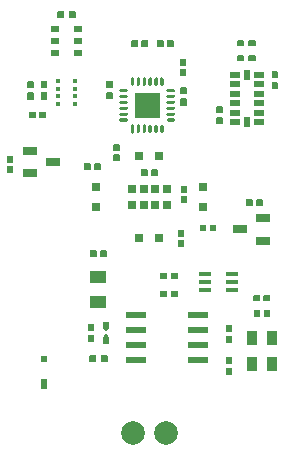
<source format=gtp>
G04 Layer: TopPasteMaskLayer*
G04 EasyEDA Pro v2.1.57.773a98f1.225d47, 2024-05-26 20:13:35*
G04 Gerber Generator version 0.3*
G04 Scale: 100 percent, Rotated: No, Reflected: No*
G04 Dimensions in millimeters*
G04 Leading zeros omitted, absolute positions, 3 integers and 5 decimals*
%FSLAX35Y35*%
%MOMM*%
%ADD10R,0.89916X0.59944*%
%ADD11R,0.59944X0.89916*%
%ADD12R,0.59944X0.89916*%
%ADD13R,0.8X0.5*%
%ADD14R,0.45001X0.45001*%
%ADD15C,2.0*%
%ADD16R,1.4079X1.0*%
%ADD17R,1.39954X1.0*%
%ADD18R,1.0X0.41999*%
%ADD19R,1.0X0.41999*%
%ADD20R,0.49987X0.49987*%
%ADD21R,0.49987X0.89992*%
%ADD22R,0.95001X1.2*%
%ADD23R,1.75029X0.58852*%
%ADD24R,1.25001X0.7*%
%ADD25R,1.25001X0.7*%
%ADD26R,0.71999X0.8*%
%ADD27R,0.8X0.8*%
%ADD28R,0.8X0.8*%
%ADD29R,0.8X0.8*%
%ADD30R,0.8X0.8*%
G75*


G04 PolygonModel Start*
G36*
G01X1405692Y-1361764D02*
G02X1405692Y-1333763I0J14000D01*
G01X1457691D01*
G02Y-1361764I0J-14000D01*
G01X1405692D01*
G37*
G36*
G01X1405692Y-1311777D02*
G02X1405692Y-1283776I0J14000D01*
G01X1457691D01*
G02Y-1311777I0J-14000D01*
G01X1405692D01*
G37*
G36*
G01X1405692Y-1261764D02*
G02X1405692Y-1233763I0J14000D01*
G01X1457691D01*
G02Y-1261764I0J-14000D01*
G01X1405692D01*
G37*
G36*
G01X1405692Y-1211777D02*
G02X1405692Y-1183776I0J14000D01*
G01X1457691D01*
G02Y-1211777I0J-14000D01*
G01X1405692D01*
G37*
G36*
G01X1405692Y-1161764D02*
G02X1405692Y-1133763I0J14000D01*
G01X1457691D01*
G02Y-1161764I0J-14000D01*
G01X1405692D01*
G37*
G36*
G01X1405692Y-1111777D02*
G02X1405692Y-1083776I0J14000D01*
G01X1457691D01*
G02Y-1111777I0J-14000D01*
G01X1405692D01*
G37*
G36*
G01X1493484Y-996771D02*
G02X1521485Y-996771I14000J0D01*
G01Y-1048770D01*
G02X1493484I-14000J0D01*
G01Y-996771D01*
G37*
G36*
G01X1542684Y-996771D02*
G02X1570685Y-996771I14000J0D01*
G01Y-1048770D01*
G02X1542684I-14000J0D01*
G01Y-996771D01*
G37*
G36*
G01X1592697Y-996771D02*
G02X1620698Y-996771I14000J0D01*
G01Y-1048770D01*
G02X1592697I-14000J0D01*
G01Y-996771D01*
G37*
G36*
G01X1642684Y-996771D02*
G02X1670685Y-996771I14000J0D01*
G01Y-1048770D01*
G02X1642684I-14000J0D01*
G01Y-996771D01*
G37*
G36*
G01X1692696Y-996771D02*
G02X1720697Y-996771I14000J0D01*
G01Y-1048770D01*
G02X1692696I-14000J0D01*
G01Y-996771D01*
G37*
G36*
G01X1742684Y-996771D02*
G02X1770685Y-996771I14000J0D01*
G01Y-1048770D01*
G02X1742684I-14000J0D01*
G01Y-996771D01*
G37*
G36*
G01X1805691Y-1111777D02*
G02X1805691Y-1083776I0J14000D01*
G01X1857690D01*
G02Y-1111777I0J-14000D01*
G01X1805691D01*
G37*
G36*
G01X1805691Y-1161764D02*
G02X1805691Y-1133763I0J14000D01*
G01X1857690D01*
G02Y-1161764I0J-14000D01*
G01X1805691D01*
G37*
G36*
G01X1805691Y-1211777D02*
G02X1805691Y-1183776I0J14000D01*
G01X1857690D01*
G02Y-1211777I0J-14000D01*
G01X1805691D01*
G37*
G36*
G01X1805691Y-1261764D02*
G02X1805691Y-1233763I0J14000D01*
G01X1857690D01*
G02Y-1261764I0J-14000D01*
G01X1805691D01*
G37*
G36*
G01X1805691Y-1311777D02*
G02X1805691Y-1283776I0J14000D01*
G01X1857690D01*
G02Y-1311777I0J-14000D01*
G01X1805691D01*
G37*
G36*
G01X1805691Y-1361764D02*
G02X1805691Y-1333763I0J14000D01*
G01X1857690D01*
G02Y-1361764I0J-14000D01*
G01X1805691D01*
G37*
G36*
G01X1742684Y-1396770D02*
G02X1770685Y-1396770I14000J0D01*
G01Y-1448769D01*
G02X1742684I-14000J0D01*
G01Y-1396770D01*
G37*
G36*
G01X1692696Y-1396770D02*
G02X1720697Y-1396770I14000J0D01*
G01Y-1448769D01*
G02X1692696I-14000J0D01*
G01Y-1396770D01*
G37*
G36*
G01X1642684Y-1396770D02*
G02X1670685Y-1396770I14000J0D01*
G01Y-1448769D01*
G02X1642684I-14000J0D01*
G01Y-1396770D01*
G37*
G36*
G01X1592697Y-1396770D02*
G02X1620698Y-1396770I14000J0D01*
G01Y-1448769D01*
G02X1592697I-14000J0D01*
G01Y-1396770D01*
G37*
G36*
G01X1542684Y-1396770D02*
G02X1570685Y-1396770I14000J0D01*
G01Y-1448769D01*
G02X1542684I-14000J0D01*
G01Y-1396770D01*
G37*
G36*
G01X1492697Y-1396770D02*
G02X1520698Y-1396770I14000J0D01*
G01Y-1448769D01*
G02X1492697I-14000J0D01*
G01Y-1396770D01*
G37*
G36*
G01X1524934Y-1114769D02*
G01X1740936Y-1114769D01*
G01Y-1330771D01*
G01X1524934D01*
G01Y-1114769D01*
G37*
G36*
G01X1205700Y-2453500D02*
G01X1205700Y-2499500D01*
G01X1201699Y-2503500D01*
G01X1151636D01*
G01X1147636Y-2499500D01*
G01Y-2453500D01*
G01X1151636Y-2449500D01*
G01X1201699D01*
G01X1205700Y-2453500D01*
G37*
G36*
G01X1232700Y-2453500D02*
G01X1232700Y-2499500D01*
G01X1236701Y-2503500D01*
G01X1286764D01*
G01X1290765Y-2499500D01*
G01Y-2453500D01*
G01X1286764Y-2449500D01*
G01X1236701D01*
G01X1232700Y-2453500D01*
G37*
G36*
G01X1133198Y-3167604D02*
G01X1178199Y-3167604D01*
G01X1183198Y-3174601D01*
G01Y-3222602D01*
G01X1178199Y-3227603D01*
G01X1133198D01*
G01X1128199Y-3222602D01*
G01Y-3174601D01*
G01X1133198Y-3167604D01*
G37*
G36*
G01X1133198Y-3071602D02*
G01X1178199Y-3071602D01*
G01X1183198Y-3076603D01*
G01Y-3124601D01*
G01X1178199Y-3131602D01*
G01X1133198D01*
G01X1128199Y-3124601D01*
G01Y-3076603D01*
G01X1133198Y-3071602D01*
G37*
G36*
G01X2346602Y-3410996D02*
G01X2301601Y-3410996D01*
G01X2296602Y-3403999D01*
G01Y-3355998D01*
G01X2301601Y-3350997D01*
G01X2346602D01*
G01X2351601Y-3355998D01*
G01Y-3403999D01*
G01X2346602Y-3410996D01*
G37*
G36*
G01X2346602Y-3506998D02*
G01X2301601Y-3506998D01*
G01X2296602Y-3501997D01*
G01Y-3453999D01*
G01X2301601Y-3446998D01*
G01X2346602D01*
G01X2351601Y-3453999D01*
G01Y-3501997D01*
G01X2346602Y-3506998D01*
G37*
G36*
G01X2300946Y-3178810D02*
G01X2345947Y-3178810D01*
G01X2350946Y-3185808D01*
G01Y-3233809D01*
G01X2345947Y-3238810D01*
G01X2300946D01*
G01X2295947Y-3233809D01*
G01Y-3185808D01*
G01X2300946Y-3178810D01*
G37*
G36*
G01X2300946Y-3082808D02*
G01X2345947Y-3082808D01*
G01X2350946Y-3087809D01*
G01Y-3135808D01*
G01X2345947Y-3142808D01*
G01X2300946D01*
G01X2295947Y-3135808D01*
G01Y-3087809D01*
G01X2300946Y-3082808D01*
G37*
G36*
G01X2614321Y-2879153D02*
G01X2614321Y-2833154D01*
G01X2618321Y-2829154D01*
G01X2668385D01*
G01X2672385Y-2833154D01*
G01Y-2879153D01*
G01X2668385Y-2883154D01*
G01X2618321D01*
G01X2614321Y-2879153D01*
G37*
G36*
G01X2587321Y-2879153D02*
G01X2587321Y-2833154D01*
G01X2583320Y-2829154D01*
G01X2533257D01*
G01X2529256Y-2833154D01*
G01Y-2879153D01*
G01X2533257Y-2883154D01*
G01X2583320D01*
G01X2587321Y-2879153D01*
G37*
G36*
G01X2617000Y-3007500D02*
G01X2617000Y-2961500D01*
G01X2621001Y-2957500D01*
G01X2671064D01*
G01X2675065Y-2961500D01*
G01Y-3007500D01*
G01X2671064Y-3011500D01*
G01X2621001D01*
G01X2617000Y-3007500D01*
G37*
G36*
G01X2590000Y-3007500D02*
G01X2590000Y-2961500D01*
G01X2585999Y-2957500D01*
G01X2535936D01*
G01X2531936Y-2961500D01*
G01Y-3007500D01*
G01X2535936Y-3011500D01*
G01X2585999D01*
G01X2590000Y-3007500D01*
G37*
G36*
G01X1554100Y-675500D02*
G01X1554100Y-721500D01*
G01X1550100Y-725500D01*
G01X1500036D01*
G01X1496036Y-721500D01*
G01Y-675500D01*
G01X1500036Y-671500D01*
G01X1550100D01*
G01X1554100Y-675500D01*
G37*
G36*
G01X1581100Y-675500D02*
G01X1581100Y-721500D01*
G01X1585101Y-725500D01*
G01X1635164D01*
G01X1639165Y-721500D01*
G01Y-675500D01*
G01X1635164Y-671500D01*
G01X1585101D01*
G01X1581100Y-675500D01*
G37*
G36*
G01X1797000Y-721500D02*
G01X1797000Y-675500D01*
G01X1801001Y-671500D01*
G01X1851064D01*
G01X1855065Y-675500D01*
G01Y-721500D01*
G01X1851064Y-725500D01*
G01X1801001D01*
G01X1797000Y-721500D01*
G37*
G36*
G01X1770000Y-721500D02*
G01X1770000Y-675500D01*
G01X1766000Y-671500D01*
G01X1715936D01*
G01X1711936Y-675500D01*
G01Y-721500D01*
G01X1715936Y-725500D01*
G01X1766000D01*
G01X1770000Y-721500D01*
G37*
G36*
G01X1291341Y-3136100D02*
G01X1274059Y-3136100D01*
G01X1255700Y-3109237D01*
G01Y-3059590D01*
G01X1259700Y-3055590D01*
G01X1305700D01*
G01X1309700Y-3059590D01*
G01Y-3109237D01*
G01X1291341Y-3136100D01*
G37*
G36*
G01X1291341Y-3163100D02*
G01X1274059Y-3163100D01*
G01X1255700Y-3189963D01*
G01Y-3239610D01*
G01X1259700Y-3243610D01*
G01X1305700D01*
G01X1309700Y-3239610D01*
G01Y-3189963D01*
G01X1291341Y-3163100D01*
G37*
G36*
G01X1912900Y-915200D02*
G01X1958900Y-915200D01*
G01X1962900Y-919201D01*
G01Y-969264D01*
G01X1958900Y-973264D01*
G01X1912900D01*
G01X1908900Y-969264D01*
G01Y-919201D01*
G01X1912900Y-915200D01*
G37*
G36*
G01X1912900Y-888200D02*
G01X1958900Y-888200D01*
G01X1962900Y-884199D01*
G01Y-834136D01*
G01X1958900Y-830135D01*
G01X1912900D01*
G01X1908900Y-834136D01*
G01Y-884199D01*
G01X1912900Y-888200D01*
G37*
G36*
G01X966397Y-474607D02*
G01X966397Y-429606D01*
G01X973395Y-424607D01*
G01X1021395D01*
G01X1026397Y-429606D01*
G01Y-474607D01*
G01X1021395Y-479606D01*
G01X973395D01*
G01X966397Y-474607D01*
G37*
G36*
G01X870395Y-474607D02*
G01X870395Y-429606D01*
G01X875396Y-424607D01*
G01X923395D01*
G01X930395Y-429606D01*
G01Y-474607D01*
G01X923395Y-479606D01*
G01X875396D01*
G01X870395Y-474607D01*
G37*
G36*
G01X492900Y-1713700D02*
G01X446900Y-1713700D01*
G01X442900Y-1709699D01*
G01Y-1659636D01*
G01X446900Y-1655635D01*
G01X492900D01*
G01X496900Y-1659636D01*
G01Y-1709699D01*
G01X492900Y-1713700D01*
G37*
G36*
G01X492900Y-1740700D02*
G01X446900Y-1740700D01*
G01X442900Y-1744701D01*
G01Y-1794764D01*
G01X446900Y-1798764D01*
G01X492900D01*
G01X496900Y-1794764D01*
G01Y-1744701D01*
G01X492900Y-1740700D01*
G37*
G36*
G01X2553500Y-2067700D02*
G01X2553500Y-2021700D01*
G01X2557501Y-2017700D01*
G01X2607564D01*
G01X2611565Y-2021700D01*
G01Y-2067700D01*
G01X2607564Y-2071700D01*
G01X2557501D01*
G01X2553500Y-2067700D01*
G37*
G36*
G01X2526500Y-2067700D02*
G01X2526500Y-2021700D01*
G01X2522499Y-2017700D01*
G01X2472436D01*
G01X2468436Y-2021700D01*
G01Y-2067700D01*
G01X2472436Y-2071700D01*
G01X2522499D01*
G01X2526500Y-2067700D01*
G37*
G36*
G01X1966100Y-1967700D02*
G01X1920100Y-1967700D01*
G01X1916100Y-1963699D01*
G01Y-1913636D01*
G01X1920100Y-1909635D01*
G01X1966100D01*
G01X1970100Y-1913636D01*
G01Y-1963699D01*
G01X1966100Y-1967700D01*
G37*
G36*
G01X1966100Y-1994700D02*
G01X1920100Y-1994700D01*
G01X1916100Y-1998701D01*
G01Y-2048764D01*
G01X1920100Y-2052764D01*
G01X1966100D01*
G01X1970100Y-2048764D01*
G01Y-1998701D01*
G01X1966100Y-1994700D01*
G37*
G36*
G01X1664500Y-1813700D02*
G01X1664500Y-1767700D01*
G01X1668501Y-1763700D01*
G01X1718564D01*
G01X1722565Y-1767700D01*
G01Y-1813700D01*
G01X1718564Y-1817700D01*
G01X1668501D01*
G01X1664500Y-1813700D01*
G37*
G36*
G01X1637500Y-1813700D02*
G01X1637500Y-1767700D01*
G01X1633499Y-1763700D01*
G01X1583436D01*
G01X1579436Y-1767700D01*
G01Y-1813700D01*
G01X1583436Y-1817700D01*
G01X1633499D01*
G01X1637500Y-1813700D01*
G37*
G36*
G01X1181900Y-1762900D02*
G01X1181900Y-1716900D01*
G01X1185901Y-1712900D01*
G01X1235964D01*
G01X1239965Y-1716900D01*
G01Y-1762900D01*
G01X1235964Y-1766900D01*
G01X1185901D01*
G01X1181900Y-1762900D01*
G37*
G36*
G01X1154900Y-1762900D02*
G01X1154900Y-1716900D01*
G01X1150899Y-1712900D01*
G01X1100836D01*
G01X1096836Y-1716900D01*
G01Y-1762900D01*
G01X1100836Y-1766900D01*
G01X1150899D01*
G01X1154900Y-1762900D01*
G37*
G36*
G01X1348600Y-1639100D02*
G01X1394600Y-1639100D01*
G01X1398600Y-1643101D01*
G01Y-1693164D01*
G01X1394600Y-1697164D01*
G01X1348600D01*
G01X1344600Y-1693164D01*
G01Y-1643101D01*
G01X1348600Y-1639100D01*
G37*
G36*
G01X1348600Y-1612100D02*
G01X1394600Y-1612100D01*
G01X1398600Y-1608099D01*
G01Y-1558036D01*
G01X1394600Y-1554035D01*
G01X1348600D01*
G01X1344600Y-1558036D01*
G01Y-1608099D01*
G01X1348600Y-1612100D01*
G37*
G36*
G01X1894700Y-2363000D02*
G01X1940700Y-2363000D01*
G01X1944700Y-2367001D01*
G01Y-2417064D01*
G01X1940700Y-2421064D01*
G01X1894700D01*
G01X1890700Y-2417064D01*
G01Y-2367001D01*
G01X1894700Y-2363000D01*
G37*
G36*
G01X1894700Y-2336000D02*
G01X1940700Y-2336000D01*
G01X1944700Y-2331999D01*
G01Y-2281936D01*
G01X1940700Y-2277935D01*
G01X1894700D01*
G01X1890700Y-2281936D01*
G01Y-2331999D01*
G01X1894700Y-2336000D01*
G37*
G36*
G01X2132800Y-2237600D02*
G01X2132800Y-2283600D01*
G01X2128799Y-2287600D01*
G01X2078736D01*
G01X2074736Y-2283600D01*
G01Y-2237600D01*
G01X2078736Y-2233600D01*
G01X2128799D01*
G01X2132800Y-2237600D01*
G37*
G36*
G01X2159800Y-2237600D02*
G01X2159800Y-2283600D01*
G01X2163801Y-2287600D01*
G01X2213864D01*
G01X2217865Y-2283600D01*
G01Y-2237600D01*
G01X2213864Y-2233600D01*
G01X2163801D01*
G01X2159800Y-2237600D01*
G37*
G36*
G01X1915233Y-1164573D02*
G01X1960235Y-1164573D01*
G01X1965233Y-1171571D01*
G01Y-1219572D01*
G01X1960235Y-1224573D01*
G01X1915233D01*
G01X1910235Y-1219572D01*
G01Y-1171571D01*
G01X1915233Y-1164573D01*
G37*
G36*
G01X1915233Y-1068572D02*
G01X1960235Y-1068572D01*
G01X1965233Y-1073573D01*
G01Y-1121571D01*
G01X1960235Y-1128572D01*
G01X1915233D01*
G01X1910235Y-1121571D01*
G01Y-1073573D01*
G01X1915233Y-1068572D01*
G37*
G36*
G01X1291098Y-1110204D02*
G01X1336099Y-1110204D01*
G01X1341098Y-1117201D01*
G01Y-1165202D01*
G01X1336099Y-1170203D01*
G01X1291098D01*
G01X1286100Y-1165202D01*
G01Y-1117201D01*
G01X1291098Y-1110204D01*
G37*
G36*
G01X1291098Y-1014202D02*
G01X1336099Y-1014202D01*
G01X1341098Y-1019203D01*
G01Y-1067201D01*
G01X1336099Y-1074202D01*
G01X1291098D01*
G01X1286100Y-1067201D01*
G01Y-1019203D01*
G01X1291098Y-1014202D01*
G37*
G36*
G01X780700Y-1077707D02*
G01X735699Y-1077707D01*
G01X730701Y-1070709D01*
G01Y-1022708D01*
G01X735699Y-1017707D01*
G01X780700D01*
G01X785699Y-1022708D01*
G01Y-1070709D01*
G01X780700Y-1077707D01*
G37*
G36*
G01X780700Y-1173709D02*
G01X735699Y-1173709D01*
G01X730701Y-1168707D01*
G01Y-1120709D01*
G01X735699Y-1113709D01*
G01X780700D01*
G01X785699Y-1120709D01*
G01Y-1168707D01*
G01X780700Y-1173709D01*
G37*
G36*
G01X666400Y-1077707D02*
G01X621399Y-1077707D01*
G01X616401Y-1070709D01*
G01Y-1022708D01*
G01X621399Y-1017707D01*
G01X666400D01*
G01X671399Y-1022708D01*
G01Y-1070709D01*
G01X666400Y-1077707D01*
G37*
G36*
G01X666400Y-1173709D02*
G01X621399Y-1173709D01*
G01X616401Y-1168707D01*
G01Y-1120709D01*
G01X621399Y-1113709D01*
G01X666400D01*
G01X671399Y-1120709D01*
G01Y-1168707D01*
G01X666400Y-1173709D01*
G37*
G36*
G01X689554Y-1282038D02*
G01X689554Y-1328038D01*
G01X685553Y-1332038D01*
G01X635490D01*
G01X631489Y-1328038D01*
G01Y-1282038D01*
G01X635490Y-1278038D01*
G01X685553D01*
G01X689554Y-1282038D01*
G37*
G36*
G01X716554Y-1282038D02*
G01X716554Y-1328038D01*
G01X720555Y-1332038D01*
G01X770618D01*
G01X774618Y-1328038D01*
G01Y-1282038D01*
G01X770618Y-1278038D01*
G01X720555D01*
G01X716554Y-1282038D01*
G37*
G36*
G01X2264957Y-1288341D02*
G01X2219956Y-1288341D01*
G01X2214957Y-1281344D01*
G01Y-1233343D01*
G01X2219956Y-1228341D01*
G01X2264957D01*
G01X2269956Y-1233343D01*
G01Y-1281344D01*
G01X2264957Y-1288341D01*
G37*
G36*
G01X2264957Y-1384343D02*
G01X2219956Y-1384343D01*
G01X2214957Y-1379342D01*
G01Y-1331344D01*
G01X2219956Y-1324343D01*
G01X2264957D01*
G01X2269956Y-1331344D01*
G01Y-1379342D01*
G01X2264957Y-1384343D01*
G37*
G36*
G01X1201196Y-3342998D02*
G01X1201196Y-3387999D01*
G01X1194199Y-3392998D01*
G01X1146198D01*
G01X1141197Y-3387999D01*
G01Y-3342998D01*
G01X1146198Y-3337999D01*
G01X1194199D01*
G01X1201196Y-3342998D01*
G37*
G36*
G01X1297198Y-3342998D02*
G01X1297198Y-3387999D01*
G01X1292197Y-3392998D01*
G01X1244199D01*
G01X1237198Y-3387999D01*
G01Y-3342998D01*
G01X1244199Y-3337999D01*
G01X1292197D01*
G01X1297198Y-3342998D01*
G37*
G36*
G01X1835958Y-2691356D02*
G01X1835958Y-2646355D01*
G01X1842955Y-2641356D01*
G01X1890956D01*
G01X1895958Y-2646355D01*
G01Y-2691356D01*
G01X1890956Y-2696355D01*
G01X1842955D01*
G01X1835958Y-2691356D01*
G37*
G36*
G01X1739956Y-2691356D02*
G01X1739956Y-2646355D01*
G01X1744957Y-2641356D01*
G01X1792956D01*
G01X1799956Y-2646355D01*
G01Y-2691356D01*
G01X1792956Y-2696355D01*
G01X1744957D01*
G01X1739956Y-2691356D01*
G37*
G36*
G01X1832249Y-2843756D02*
G01X1832249Y-2798755D01*
G01X1839247Y-2793756D01*
G01X1887248D01*
G01X1892249Y-2798755D01*
G01Y-2843756D01*
G01X1887248Y-2848755D01*
G01X1839247D01*
G01X1832249Y-2843756D01*
G37*
G36*
G01X1736247Y-2843756D02*
G01X1736247Y-2798755D01*
G01X1741249Y-2793756D01*
G01X1789247D01*
G01X1796247Y-2798755D01*
G01Y-2843756D01*
G01X1789247Y-2848755D01*
G01X1741249D01*
G01X1736247Y-2843756D01*
G37*
G36*
G01X2689853Y-1028540D02*
G01X2734855Y-1028540D01*
G01X2739853Y-1035538D01*
G01Y-1083539D01*
G01X2734855Y-1088540D01*
G01X2689853D01*
G01X2684855Y-1083539D01*
G01Y-1035538D01*
G01X2689853Y-1028540D01*
G37*
G36*
G01X2689853Y-932538D02*
G01X2734855Y-932538D01*
G01X2739853Y-937539D01*
G01Y-985538D01*
G01X2734855Y-992538D01*
G01X2689853D01*
G01X2684855Y-985538D01*
G01Y-937539D01*
G01X2689853Y-932538D01*
G37*
G36*
G01X2489059Y-846247D02*
G01X2489059Y-801246D01*
G01X2496056Y-796247D01*
G01X2544057D01*
G01X2549059Y-801246D01*
G01Y-846247D01*
G01X2544057Y-851245D01*
G01X2496056D01*
G01X2489059Y-846247D01*
G37*
G36*
G01X2393057Y-846247D02*
G01X2393057Y-801246D01*
G01X2398058Y-796247D01*
G01X2446057D01*
G01X2453057Y-801246D01*
G01Y-846247D01*
G01X2446057Y-851245D01*
G01X2398058D01*
G01X2393057Y-846247D01*
G37*
G36*
G01X2489059Y-719247D02*
G01X2489059Y-674246D01*
G01X2496056Y-669247D01*
G01X2544057D01*
G01X2549059Y-674246D01*
G01Y-719247D01*
G01X2544057Y-724245D01*
G01X2496056D01*
G01X2489059Y-719247D01*
G37*
G36*
G01X2393057Y-719247D02*
G01X2393057Y-674246D01*
G01X2398058Y-669247D01*
G01X2446057D01*
G01X2453057Y-674246D01*
G01Y-719247D01*
G01X2446057Y-724245D01*
G01X2398058D01*
G01X2393057Y-719247D01*
G37*
G04 PolygonModel End*

G04 Pad Start*
G54D10*
G01X2377631Y-964250D03*
G01X2377631Y-1045530D03*
G01X2377631Y-1124270D03*
G01X2377631Y-1205550D03*
G01X2377631Y-1284290D03*
G01X2377631Y-1365570D03*
G54D11*
G01X2476691Y-1365570D03*
G54D10*
G01X2575751Y-1365570D03*
G01X2575751Y-1284290D03*
G01X2575751Y-1205550D03*
G01X2575751Y-1124270D03*
G01X2575751Y-1045530D03*
G01X2575751Y-964250D03*
G54D12*
G01X2476691Y-964250D03*
G54D13*
G01X848396Y-580708D03*
G01X848396Y-680708D03*
G01X848396Y-780708D03*
G01X1048395Y-780708D03*
G01X1048395Y-680708D03*
G01X1048395Y-580708D03*
G54D14*
G01X1024364Y-1017027D03*
G01X1024364Y-1082051D03*
G01X1024364Y-1147025D03*
G01X1024364Y-1212049D03*
G01X879381Y-1212049D03*
G01X879381Y-1147025D03*
G01X879381Y-1082051D03*
G01X879381Y-1017027D03*
G54D15*
G01X1508000Y-4000000D03*
G01X1792000Y-4000000D03*
G54D17*
G01X1219200Y-2886329D03*
G01X1219200Y-2676271D03*
G54D18*
G01X2120202Y-2782799D03*
G01X2120202Y-2717800D03*
G01X2120202Y-2652801D03*
G54D19*
G01X2350199Y-2652801D03*
G01X2350199Y-2717800D03*
G01X2350199Y-2782799D03*
G54D20*
G01X762000Y-3369234D03*
G54D21*
G01X762000Y-3579241D03*
G54D22*
G01X2691003Y-3412007D03*
G01X2691003Y-3191993D03*
G01X2515997Y-3191993D03*
G01X2515997Y-3412007D03*
G54D23*
G01X1540877Y-2997200D03*
G01X1540877Y-3124200D03*
G01X1540877Y-3251200D03*
G01X1540877Y-3378200D03*
G01X2065923Y-3378200D03*
G01X2065923Y-3251200D03*
G01X2065923Y-3124200D03*
G01X2065923Y-2997200D03*
G54D24*
G01X636600Y-1606804D03*
G01X636600Y-1796796D03*
G01X836600Y-1701800D03*
G54D25*
G01X2614600Y-2368296D03*
G01X2614600Y-2178304D03*
G01X2414600Y-2273300D03*
G54D26*
G01X1504496Y-2070002D03*
G01X1601499Y-2070002D03*
G01X1698501Y-2070002D03*
G01X1504496Y-1929998D03*
G01X1601499Y-1929998D03*
G01X1698501Y-1929998D03*
G01X1795504Y-1929998D03*
G01X1795504Y-2070002D03*
G54D27*
G01X2100000Y-1914910D03*
G01X2100000Y-2085090D03*
G54D28*
G01X1200000Y-2085090D03*
G01X1200000Y-1914910D03*
G54D29*
G01X1735090Y-1650000D03*
G01X1564910Y-1650000D03*
G54D30*
G01X1564910Y-2350000D03*
G01X1735090Y-2350000D03*
G04 Pad End*

M02*

</source>
